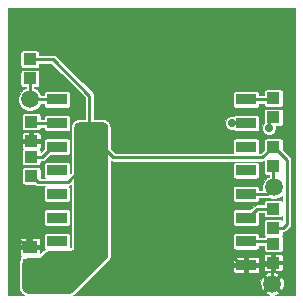
<source format=gbr>
G04 #@! TF.FileFunction,Copper,L1,Top,Signal*
%FSLAX46Y46*%
G04 Gerber Fmt 4.6, Leading zero omitted, Abs format (unit mm)*
G04 Created by KiCad (PCBNEW 4.0.3+e1-6302~38~ubuntu16.04.1-stable) date Sun Aug 14 03:32:14 2016*
%MOMM*%
%LPD*%
G01*
G04 APERTURE LIST*
%ADD10C,0.100000*%
%ADD11R,1.250000X1.100000*%
%ADD12R,1.100000X0.975000*%
%ADD13C,1.500000*%
%ADD14R,1.700000X0.900000*%
%ADD15C,0.800000*%
%ADD16C,0.700000*%
%ADD17C,0.250000*%
G04 APERTURE END LIST*
D10*
D11*
X138200000Y-114100000D03*
X138200000Y-112600000D03*
D12*
X158800000Y-101613000D03*
X158800000Y-99987000D03*
X138200000Y-96700000D03*
X138200000Y-98326000D03*
X138300000Y-106576000D03*
X138300000Y-104950000D03*
X138300000Y-103613000D03*
X138300000Y-101987000D03*
X158800000Y-105776000D03*
X158800000Y-104150000D03*
X158800000Y-109350000D03*
X158800000Y-110976000D03*
X158800000Y-112300000D03*
X158800000Y-113926000D03*
D13*
X138200000Y-100100000D03*
X158700000Y-115700000D03*
X158850000Y-107550000D03*
D14*
X140500000Y-100103600D03*
X140500000Y-102103600D03*
X140500000Y-104103600D03*
X140500000Y-106103600D03*
X140500000Y-108103600D03*
X140500000Y-110103600D03*
X140500000Y-112103600D03*
X140500000Y-114103600D03*
X156500000Y-100103600D03*
X156500000Y-102103600D03*
X156500000Y-104103600D03*
X156500000Y-106103600D03*
X156500000Y-108103600D03*
X156500000Y-110103600D03*
X156500000Y-112103600D03*
X156500000Y-114103600D03*
D15*
X143620000Y-103400000D03*
X143240000Y-104370000D03*
X143240000Y-102410000D03*
X142310000Y-105050000D03*
X142309996Y-104070000D03*
X142310000Y-103030000D03*
D16*
X158420000Y-102520000D03*
X155290000Y-102100000D03*
D15*
X142200000Y-100500000D03*
X139500000Y-98200000D03*
X152000000Y-103000000D03*
X153000000Y-100000000D03*
X138000000Y-94000000D03*
X141000000Y-94000000D03*
X143000000Y-97000000D03*
X144000000Y-94000000D03*
X146000000Y-97000000D03*
X149000000Y-97000000D03*
X147000000Y-94000000D03*
X150000000Y-94000000D03*
X153000000Y-94000000D03*
X156000000Y-94000000D03*
X159000000Y-94000000D03*
X158000000Y-97000000D03*
X155000000Y-97000000D03*
X152000000Y-97000000D03*
X136800000Y-98200000D03*
X137000000Y-101600000D03*
X136900000Y-103500000D03*
X136900000Y-105300000D03*
X137100000Y-107400000D03*
X137000000Y-109600000D03*
X137000000Y-111700000D03*
D16*
X146000000Y-115000000D03*
X147000000Y-113000000D03*
X148000000Y-115000000D03*
X149000000Y-113000000D03*
X150000000Y-115000000D03*
X151000000Y-113000000D03*
D15*
X154800000Y-112300000D03*
X154600000Y-109000000D03*
X154400000Y-106100000D03*
X153500000Y-107600000D03*
X151900000Y-108600000D03*
X153100000Y-109500000D03*
X153980000Y-110810000D03*
X137930000Y-110520000D03*
X137950000Y-108780000D03*
D17*
X143240000Y-102410000D02*
X143240000Y-99770000D01*
X143240000Y-99770000D02*
X140170000Y-96700000D01*
X140170000Y-96700000D02*
X138200000Y-96700000D01*
X158800000Y-110976000D02*
X159600000Y-110976000D01*
X159925001Y-110650999D02*
X159925001Y-105212501D01*
X159600000Y-110976000D02*
X159925001Y-110650999D01*
X158862500Y-104150000D02*
X158800000Y-104150000D01*
X159925001Y-105212501D02*
X158862500Y-104150000D01*
X145220000Y-105000000D02*
X157887500Y-105000000D01*
X157887500Y-105000000D02*
X158737500Y-104150000D01*
X158737500Y-104150000D02*
X158800000Y-104150000D01*
X138300000Y-106576000D02*
X138362500Y-106576000D01*
X138362500Y-106576000D02*
X138876500Y-107090000D01*
X138876500Y-107090000D02*
X141398602Y-107090000D01*
X141398602Y-107090000D02*
X143240000Y-105248602D01*
X143240000Y-105248602D02*
X143240000Y-104935685D01*
X143240000Y-104935685D02*
X143240000Y-104370000D01*
X138200000Y-114100000D02*
X140496400Y-114100000D01*
X140496400Y-114100000D02*
X140500000Y-114103600D01*
X145220000Y-105000000D02*
X143620000Y-103400000D01*
X143240000Y-103780000D02*
X143620000Y-103400000D01*
X143240000Y-104370000D02*
X143240000Y-103780000D01*
X142930000Y-102410000D02*
X143240000Y-102410000D01*
X142310000Y-103030000D02*
X142930000Y-102410000D01*
X142309996Y-105049996D02*
X142310000Y-105050000D01*
X142309996Y-104070000D02*
X142309996Y-105049996D01*
X158420000Y-102520000D02*
X158420000Y-101993000D01*
X158420000Y-101993000D02*
X158800000Y-101613000D01*
X156500000Y-100103600D02*
X158683400Y-100103600D01*
X158683400Y-100103600D02*
X158800000Y-99987000D01*
X156503600Y-100100000D02*
X156500000Y-100103600D01*
X155290000Y-102100000D02*
X156496400Y-102100000D01*
X156496400Y-102100000D02*
X156500000Y-102103600D01*
X138200000Y-100100000D02*
X138200000Y-98326000D01*
X140500000Y-100103600D02*
X138203600Y-100103600D01*
X138203600Y-100103600D02*
X138200000Y-100100000D01*
X140500000Y-104103600D02*
X140100000Y-104103600D01*
X140100000Y-104103600D02*
X139253600Y-104950000D01*
X139253600Y-104950000D02*
X139100000Y-104950000D01*
X139100000Y-104950000D02*
X138300000Y-104950000D01*
X140500000Y-102103600D02*
X138416600Y-102103600D01*
X138416600Y-102103600D02*
X138300000Y-101987000D01*
X156500000Y-108103600D02*
X158296400Y-108103600D01*
X158296400Y-108103600D02*
X158850000Y-107550000D01*
X158800000Y-105776000D02*
X158800000Y-107500000D01*
X158800000Y-107500000D02*
X158850000Y-107550000D01*
X156503600Y-108100000D02*
X156500000Y-108103600D01*
X156696400Y-110103600D02*
X157450000Y-109350000D01*
X157450000Y-109350000D02*
X158800000Y-109350000D01*
X156500000Y-110103600D02*
X156696400Y-110103600D01*
X156503600Y-110100000D02*
X156500000Y-110103600D01*
X156500000Y-112103600D02*
X158603600Y-112103600D01*
X158603600Y-112103600D02*
X158800000Y-112300000D01*
X139500000Y-98200000D02*
X140481402Y-98200000D01*
X140481402Y-98200000D02*
X142200000Y-99918598D01*
X142200000Y-99918598D02*
X142200000Y-100500000D01*
X158700000Y-115700000D02*
X158700000Y-114026000D01*
X158700000Y-114026000D02*
X158800000Y-113926000D01*
X156500000Y-114103600D02*
X158622400Y-114103600D01*
X158622400Y-114103600D02*
X158800000Y-113926000D01*
X137950000Y-108780000D02*
X137380000Y-108210000D01*
X137380000Y-108210000D02*
X137380000Y-103733000D01*
X137380000Y-103733000D02*
X137500000Y-103613000D01*
X137500000Y-103613000D02*
X138300000Y-103613000D01*
X152000000Y-97000000D02*
X152000000Y-99000000D01*
X152000000Y-99000000D02*
X153000000Y-100000000D01*
X144000000Y-94000000D02*
X143000000Y-95000000D01*
X143000000Y-95000000D02*
X143000000Y-97000000D01*
X149000000Y-97000000D02*
X146000000Y-97000000D01*
X150000000Y-94000000D02*
X147000000Y-94000000D01*
X156000000Y-94000000D02*
X153000000Y-94000000D01*
X158000000Y-97000000D02*
X158000000Y-95000000D01*
X158000000Y-95000000D02*
X159000000Y-94000000D01*
X152000000Y-97000000D02*
X155000000Y-97000000D01*
X137000000Y-98400000D02*
X136800000Y-98200000D01*
X137000000Y-101600000D02*
X137000000Y-98400000D01*
X136900000Y-105300000D02*
X136900000Y-103500000D01*
X137000000Y-109600000D02*
X137000000Y-107500000D01*
X137000000Y-107500000D02*
X137100000Y-107400000D01*
X137900000Y-112600000D02*
X137000000Y-111700000D01*
X147000000Y-113000000D02*
X147000000Y-114000000D01*
X147000000Y-114000000D02*
X146000000Y-115000000D01*
X149000000Y-113000000D02*
X149000000Y-114000000D01*
X149000000Y-114000000D02*
X148000000Y-115000000D01*
X151000000Y-113000000D02*
X151000000Y-114000000D01*
X151000000Y-114000000D02*
X150000000Y-115000000D01*
X138200000Y-112600000D02*
X137900000Y-112600000D01*
X154600000Y-109000000D02*
X154600000Y-112100000D01*
X154600000Y-112100000D02*
X154800000Y-112300000D01*
X153500000Y-107600000D02*
X153500000Y-107000000D01*
X153500000Y-107000000D02*
X154400000Y-106100000D01*
X153100000Y-109500000D02*
X152800000Y-109500000D01*
X152800000Y-109500000D02*
X151900000Y-108600000D01*
X156500000Y-114103600D02*
X156100000Y-114103600D01*
X156100000Y-114103600D02*
X153980000Y-111983600D01*
X153980000Y-111983600D02*
X153980000Y-110810000D01*
X158696400Y-114103600D02*
X158800000Y-114000000D01*
X158700000Y-114100000D02*
X158800000Y-114000000D01*
X137930000Y-110520000D02*
X137930000Y-112330000D01*
X137930000Y-112330000D02*
X138200000Y-112600000D01*
D10*
G36*
X144472314Y-102085106D02*
X144617921Y-102182302D01*
X144715292Y-102327788D01*
X144750612Y-102504375D01*
X144763605Y-113204289D01*
X144728696Y-113381002D01*
X144628849Y-113530925D01*
X141843451Y-116325355D01*
X141747621Y-116399094D01*
X141639007Y-116444186D01*
X141519138Y-116460000D01*
X138004923Y-116460000D01*
X137828168Y-116424841D01*
X137682495Y-116327505D01*
X137585159Y-116181832D01*
X137550000Y-116005077D01*
X137550000Y-114004923D01*
X137585159Y-113828168D01*
X137682495Y-113682495D01*
X137828168Y-113585159D01*
X138004923Y-113550000D01*
X138812893Y-113550000D01*
X138822647Y-113549039D01*
X139013989Y-113510979D01*
X139032014Y-113503513D01*
X139194226Y-113395126D01*
X139201802Y-113388908D01*
X139485425Y-113105285D01*
X139635274Y-113005159D01*
X139812030Y-112970000D01*
X141476152Y-112970000D01*
X141485907Y-112969039D01*
X141655760Y-112935253D01*
X141673783Y-112927788D01*
X141817778Y-112831574D01*
X141829677Y-112820426D01*
X141900164Y-112728506D01*
X141906699Y-112717171D01*
X141950927Y-112610111D01*
X141954297Y-112597469D01*
X141969237Y-112482602D01*
X141969655Y-112476059D01*
X141950947Y-102504786D01*
X141973350Y-102361775D01*
X142037089Y-102236274D01*
X142136530Y-102136647D01*
X142261916Y-102072671D01*
X142404879Y-102050000D01*
X144295685Y-102050000D01*
X144472314Y-102085106D01*
X144472314Y-102085106D01*
G37*
X144472314Y-102085106D02*
X144617921Y-102182302D01*
X144715292Y-102327788D01*
X144750612Y-102504375D01*
X144763605Y-113204289D01*
X144728696Y-113381002D01*
X144628849Y-113530925D01*
X141843451Y-116325355D01*
X141747621Y-116399094D01*
X141639007Y-116444186D01*
X141519138Y-116460000D01*
X138004923Y-116460000D01*
X137828168Y-116424841D01*
X137682495Y-116327505D01*
X137585159Y-116181832D01*
X137550000Y-116005077D01*
X137550000Y-114004923D01*
X137585159Y-113828168D01*
X137682495Y-113682495D01*
X137828168Y-113585159D01*
X138004923Y-113550000D01*
X138812893Y-113550000D01*
X138822647Y-113549039D01*
X139013989Y-113510979D01*
X139032014Y-113503513D01*
X139194226Y-113395126D01*
X139201802Y-113388908D01*
X139485425Y-113105285D01*
X139635274Y-113005159D01*
X139812030Y-112970000D01*
X141476152Y-112970000D01*
X141485907Y-112969039D01*
X141655760Y-112935253D01*
X141673783Y-112927788D01*
X141817778Y-112831574D01*
X141829677Y-112820426D01*
X141900164Y-112728506D01*
X141906699Y-112717171D01*
X141950927Y-112610111D01*
X141954297Y-112597469D01*
X141969237Y-112482602D01*
X141969655Y-112476059D01*
X141950947Y-102504786D01*
X141973350Y-102361775D01*
X142037089Y-102236274D01*
X142136530Y-102136647D01*
X142261916Y-102072671D01*
X142404879Y-102050000D01*
X144295685Y-102050000D01*
X144472314Y-102085106D01*
G36*
X160675000Y-116675000D02*
X158984006Y-116675000D01*
X159005916Y-116672616D01*
X159171427Y-116604059D01*
X159262337Y-116474469D01*
X158700000Y-115912132D01*
X158137663Y-116474469D01*
X158228573Y-116604059D01*
X158471328Y-116675000D01*
X141865458Y-116675000D01*
X141868743Y-116673636D01*
X141925344Y-116640876D01*
X142029002Y-116561114D01*
X142053607Y-116539471D01*
X142979648Y-115610426D01*
X157684351Y-115610426D01*
X157727384Y-116005916D01*
X157795941Y-116171427D01*
X157925531Y-116262337D01*
X158487868Y-115700000D01*
X158912132Y-115700000D01*
X159474469Y-116262337D01*
X159604059Y-116171427D01*
X159715649Y-115789574D01*
X159672616Y-115394084D01*
X159604059Y-115228573D01*
X159474469Y-115137663D01*
X158912132Y-115700000D01*
X158487868Y-115700000D01*
X157925531Y-115137663D01*
X157795941Y-115228573D01*
X157684351Y-115610426D01*
X142979648Y-115610426D01*
X143662329Y-114925531D01*
X158137663Y-114925531D01*
X158700000Y-115487868D01*
X159262337Y-114925531D01*
X159171427Y-114795941D01*
X158789574Y-114684351D01*
X158394084Y-114727384D01*
X158228573Y-114795941D01*
X158137663Y-114925531D01*
X143662329Y-114925531D01*
X144269791Y-114316100D01*
X155400000Y-114316100D01*
X155400000Y-114603328D01*
X155438060Y-114695214D01*
X155508386Y-114765540D01*
X155600272Y-114803600D01*
X156287500Y-114803600D01*
X156350000Y-114741100D01*
X156350000Y-114253600D01*
X156650000Y-114253600D01*
X156650000Y-114741100D01*
X156712500Y-114803600D01*
X157399728Y-114803600D01*
X157491614Y-114765540D01*
X157561940Y-114695214D01*
X157600000Y-114603328D01*
X157600000Y-114316100D01*
X157537500Y-114253600D01*
X156650000Y-114253600D01*
X156350000Y-114253600D01*
X155462500Y-114253600D01*
X155400000Y-114316100D01*
X144269791Y-114316100D01*
X144446817Y-114138500D01*
X158000000Y-114138500D01*
X158000000Y-114463228D01*
X158038060Y-114555114D01*
X158108386Y-114625440D01*
X158200272Y-114663500D01*
X158587500Y-114663500D01*
X158650000Y-114601000D01*
X158650000Y-114076000D01*
X158950000Y-114076000D01*
X158950000Y-114601000D01*
X159012500Y-114663500D01*
X159399728Y-114663500D01*
X159491614Y-114625440D01*
X159561940Y-114555114D01*
X159600000Y-114463228D01*
X159600000Y-114138500D01*
X159537500Y-114076000D01*
X158950000Y-114076000D01*
X158650000Y-114076000D01*
X158062500Y-114076000D01*
X158000000Y-114138500D01*
X144446817Y-114138500D01*
X144844799Y-113739228D01*
X144875814Y-113701315D01*
X144940709Y-113603872D01*
X155400000Y-113603872D01*
X155400000Y-113891100D01*
X155462500Y-113953600D01*
X156350000Y-113953600D01*
X156350000Y-113466100D01*
X156650000Y-113466100D01*
X156650000Y-113953600D01*
X157537500Y-113953600D01*
X157600000Y-113891100D01*
X157600000Y-113603872D01*
X157561940Y-113511986D01*
X157491614Y-113441660D01*
X157399728Y-113403600D01*
X156712500Y-113403600D01*
X156650000Y-113466100D01*
X156350000Y-113466100D01*
X156287500Y-113403600D01*
X155600272Y-113403600D01*
X155508386Y-113441660D01*
X155438060Y-113511986D01*
X155400000Y-113603872D01*
X144940709Y-113603872D01*
X144983899Y-113539021D01*
X145021081Y-113448895D01*
X145032958Y-113388772D01*
X158000000Y-113388772D01*
X158000000Y-113713500D01*
X158062500Y-113776000D01*
X158650000Y-113776000D01*
X158650000Y-113251000D01*
X158950000Y-113251000D01*
X158950000Y-113776000D01*
X159537500Y-113776000D01*
X159600000Y-113713500D01*
X159600000Y-113388772D01*
X159561940Y-113296886D01*
X159491614Y-113226560D01*
X159399728Y-113188500D01*
X159012500Y-113188500D01*
X158950000Y-113251000D01*
X158650000Y-113251000D01*
X158587500Y-113188500D01*
X158200272Y-113188500D01*
X158108386Y-113226560D01*
X158038060Y-113296886D01*
X158000000Y-113388772D01*
X145032958Y-113388772D01*
X145058871Y-113257601D01*
X145063611Y-113208846D01*
X145054437Y-105653600D01*
X155395103Y-105653600D01*
X155395103Y-106553600D01*
X155412535Y-106646244D01*
X155467288Y-106731332D01*
X155550831Y-106788415D01*
X155650000Y-106808497D01*
X157350000Y-106808497D01*
X157442644Y-106791065D01*
X157527732Y-106736312D01*
X157584815Y-106652769D01*
X157604897Y-106553600D01*
X157604897Y-105653600D01*
X157587465Y-105560956D01*
X157532712Y-105475868D01*
X157449169Y-105418785D01*
X157350000Y-105398703D01*
X155650000Y-105398703D01*
X155557356Y-105416135D01*
X155472268Y-105470888D01*
X155415185Y-105554431D01*
X155395103Y-105653600D01*
X145054437Y-105653600D01*
X145054045Y-105331455D01*
X145076494Y-105346455D01*
X145220000Y-105375000D01*
X157887500Y-105375000D01*
X157995103Y-105353597D01*
X157995103Y-106263500D01*
X158012535Y-106356144D01*
X158067288Y-106441232D01*
X158150831Y-106498315D01*
X158250000Y-106518397D01*
X158425000Y-106518397D01*
X158425000Y-106643605D01*
X158284286Y-106701747D01*
X158002736Y-106982806D01*
X157850174Y-107350215D01*
X157849844Y-107728600D01*
X157604897Y-107728600D01*
X157604897Y-107653600D01*
X157587465Y-107560956D01*
X157532712Y-107475868D01*
X157449169Y-107418785D01*
X157350000Y-107398703D01*
X155650000Y-107398703D01*
X155557356Y-107416135D01*
X155472268Y-107470888D01*
X155415185Y-107554431D01*
X155395103Y-107653600D01*
X155395103Y-108553600D01*
X155412535Y-108646244D01*
X155467288Y-108731332D01*
X155550831Y-108788415D01*
X155650000Y-108808497D01*
X157350000Y-108808497D01*
X157442644Y-108791065D01*
X157527732Y-108736312D01*
X157584815Y-108652769D01*
X157604897Y-108553600D01*
X157604897Y-108478600D01*
X158296400Y-108478600D01*
X158419646Y-108454085D01*
X158650215Y-108549826D01*
X159048040Y-108550173D01*
X159415714Y-108398253D01*
X159550001Y-108264200D01*
X159550001Y-108711636D01*
X159532712Y-108684768D01*
X159449169Y-108627685D01*
X159350000Y-108607603D01*
X158250000Y-108607603D01*
X158157356Y-108625035D01*
X158072268Y-108679788D01*
X158015185Y-108763331D01*
X157995103Y-108862500D01*
X157995103Y-108975000D01*
X157450000Y-108975000D01*
X157306493Y-109003545D01*
X157184835Y-109084835D01*
X156870967Y-109398703D01*
X155650000Y-109398703D01*
X155557356Y-109416135D01*
X155472268Y-109470888D01*
X155415185Y-109554431D01*
X155395103Y-109653600D01*
X155395103Y-110553600D01*
X155412535Y-110646244D01*
X155467288Y-110731332D01*
X155550831Y-110788415D01*
X155650000Y-110808497D01*
X157350000Y-110808497D01*
X157442644Y-110791065D01*
X157527732Y-110736312D01*
X157584815Y-110652769D01*
X157604897Y-110553600D01*
X157604897Y-109725433D01*
X157605330Y-109725000D01*
X157995103Y-109725000D01*
X157995103Y-109837500D01*
X158012535Y-109930144D01*
X158067288Y-110015232D01*
X158150831Y-110072315D01*
X158250000Y-110092397D01*
X159350000Y-110092397D01*
X159442644Y-110074965D01*
X159527732Y-110020212D01*
X159550001Y-109987621D01*
X159550001Y-110337636D01*
X159532712Y-110310768D01*
X159449169Y-110253685D01*
X159350000Y-110233603D01*
X158250000Y-110233603D01*
X158157356Y-110251035D01*
X158072268Y-110305788D01*
X158015185Y-110389331D01*
X157995103Y-110488500D01*
X157995103Y-111463500D01*
X158012535Y-111556144D01*
X158065911Y-111639092D01*
X158015185Y-111713331D01*
X158012093Y-111728600D01*
X157604897Y-111728600D01*
X157604897Y-111653600D01*
X157587465Y-111560956D01*
X157532712Y-111475868D01*
X157449169Y-111418785D01*
X157350000Y-111398703D01*
X155650000Y-111398703D01*
X155557356Y-111416135D01*
X155472268Y-111470888D01*
X155415185Y-111554431D01*
X155395103Y-111653600D01*
X155395103Y-112553600D01*
X155412535Y-112646244D01*
X155467288Y-112731332D01*
X155550831Y-112788415D01*
X155650000Y-112808497D01*
X157350000Y-112808497D01*
X157442644Y-112791065D01*
X157527732Y-112736312D01*
X157584815Y-112652769D01*
X157604897Y-112553600D01*
X157604897Y-112478600D01*
X157995103Y-112478600D01*
X157995103Y-112787500D01*
X158012535Y-112880144D01*
X158067288Y-112965232D01*
X158150831Y-113022315D01*
X158250000Y-113042397D01*
X159350000Y-113042397D01*
X159442644Y-113024965D01*
X159527732Y-112970212D01*
X159584815Y-112886669D01*
X159604897Y-112787500D01*
X159604897Y-111812500D01*
X159587465Y-111719856D01*
X159534089Y-111636908D01*
X159584815Y-111562669D01*
X159604897Y-111463500D01*
X159604897Y-111350026D01*
X159743507Y-111322455D01*
X159865165Y-111241165D01*
X160190166Y-110916164D01*
X160271456Y-110794505D01*
X160300001Y-110650999D01*
X160300001Y-105212501D01*
X160271456Y-105068995D01*
X160271456Y-105068994D01*
X160190166Y-104947336D01*
X159604897Y-104362067D01*
X159604897Y-103662500D01*
X159587465Y-103569856D01*
X159532712Y-103484768D01*
X159449169Y-103427685D01*
X159350000Y-103407603D01*
X158250000Y-103407603D01*
X158157356Y-103425035D01*
X158072268Y-103479788D01*
X158015185Y-103563331D01*
X157995103Y-103662500D01*
X157995103Y-104362067D01*
X157732170Y-104625000D01*
X157590438Y-104625000D01*
X157604897Y-104553600D01*
X157604897Y-103653600D01*
X157587465Y-103560956D01*
X157532712Y-103475868D01*
X157449169Y-103418785D01*
X157350000Y-103398703D01*
X155650000Y-103398703D01*
X155557356Y-103416135D01*
X155472268Y-103470888D01*
X155415185Y-103554431D01*
X155395103Y-103653600D01*
X155395103Y-104553600D01*
X155408538Y-104625000D01*
X145375330Y-104625000D01*
X145052796Y-104302466D01*
X145050606Y-102499089D01*
X145045750Y-102450360D01*
X145007516Y-102259205D01*
X144990747Y-102218824D01*
X154689896Y-102218824D01*
X154781048Y-102439429D01*
X154949683Y-102608359D01*
X155170129Y-102699896D01*
X155408824Y-102700104D01*
X155439134Y-102687580D01*
X155467288Y-102731332D01*
X155550831Y-102788415D01*
X155650000Y-102808497D01*
X157350000Y-102808497D01*
X157442644Y-102791065D01*
X157527732Y-102736312D01*
X157584815Y-102652769D01*
X157587638Y-102638824D01*
X157819896Y-102638824D01*
X157911048Y-102859429D01*
X158079683Y-103028359D01*
X158300129Y-103119896D01*
X158538824Y-103120104D01*
X158759429Y-103028952D01*
X158928359Y-102860317D01*
X159019896Y-102639871D01*
X159020104Y-102401176D01*
X159001189Y-102355397D01*
X159350000Y-102355397D01*
X159442644Y-102337965D01*
X159527732Y-102283212D01*
X159584815Y-102199669D01*
X159604897Y-102100500D01*
X159604897Y-101125500D01*
X159587465Y-101032856D01*
X159532712Y-100947768D01*
X159449169Y-100890685D01*
X159350000Y-100870603D01*
X158250000Y-100870603D01*
X158157356Y-100888035D01*
X158072268Y-100942788D01*
X158015185Y-101026331D01*
X157995103Y-101125500D01*
X157995103Y-102096367D01*
X157911641Y-102179683D01*
X157820104Y-102400129D01*
X157819896Y-102638824D01*
X157587638Y-102638824D01*
X157604897Y-102553600D01*
X157604897Y-101653600D01*
X157587465Y-101560956D01*
X157532712Y-101475868D01*
X157449169Y-101418785D01*
X157350000Y-101398703D01*
X155650000Y-101398703D01*
X155557356Y-101416135D01*
X155472268Y-101470888D01*
X155442927Y-101513830D01*
X155409871Y-101500104D01*
X155171176Y-101499896D01*
X154950571Y-101591048D01*
X154781641Y-101759683D01*
X154690104Y-101980129D01*
X154689896Y-102218824D01*
X144990747Y-102218824D01*
X144970134Y-102169188D01*
X144861707Y-102007182D01*
X144792743Y-101938302D01*
X144630606Y-101830072D01*
X144540543Y-101792798D01*
X144349342Y-101754796D01*
X144300607Y-101750000D01*
X143615000Y-101750000D01*
X143615000Y-99770000D01*
X143591847Y-99653600D01*
X155395103Y-99653600D01*
X155395103Y-100553600D01*
X155412535Y-100646244D01*
X155467288Y-100731332D01*
X155550831Y-100788415D01*
X155650000Y-100808497D01*
X157350000Y-100808497D01*
X157442644Y-100791065D01*
X157527732Y-100736312D01*
X157584815Y-100652769D01*
X157604897Y-100553600D01*
X157604897Y-100478600D01*
X157995874Y-100478600D01*
X158012535Y-100567144D01*
X158067288Y-100652232D01*
X158150831Y-100709315D01*
X158250000Y-100729397D01*
X159350000Y-100729397D01*
X159442644Y-100711965D01*
X159527732Y-100657212D01*
X159584815Y-100573669D01*
X159604897Y-100474500D01*
X159604897Y-99499500D01*
X159587465Y-99406856D01*
X159532712Y-99321768D01*
X159449169Y-99264685D01*
X159350000Y-99244603D01*
X158250000Y-99244603D01*
X158157356Y-99262035D01*
X158072268Y-99316788D01*
X158015185Y-99400331D01*
X157995103Y-99499500D01*
X157995103Y-99728600D01*
X157604897Y-99728600D01*
X157604897Y-99653600D01*
X157587465Y-99560956D01*
X157532712Y-99475868D01*
X157449169Y-99418785D01*
X157350000Y-99398703D01*
X155650000Y-99398703D01*
X155557356Y-99416135D01*
X155472268Y-99470888D01*
X155415185Y-99554431D01*
X155395103Y-99653600D01*
X143591847Y-99653600D01*
X143586455Y-99626494D01*
X143505165Y-99504835D01*
X140435165Y-96434835D01*
X140313507Y-96353545D01*
X140170000Y-96325000D01*
X139004897Y-96325000D01*
X139004897Y-96212500D01*
X138987465Y-96119856D01*
X138932712Y-96034768D01*
X138849169Y-95977685D01*
X138750000Y-95957603D01*
X137650000Y-95957603D01*
X137557356Y-95975035D01*
X137472268Y-96029788D01*
X137415185Y-96113331D01*
X137395103Y-96212500D01*
X137395103Y-97187500D01*
X137412535Y-97280144D01*
X137467288Y-97365232D01*
X137550831Y-97422315D01*
X137650000Y-97442397D01*
X138750000Y-97442397D01*
X138842644Y-97424965D01*
X138927732Y-97370212D01*
X138984815Y-97286669D01*
X139004897Y-97187500D01*
X139004897Y-97075000D01*
X140014670Y-97075000D01*
X142865000Y-99925330D01*
X142865000Y-101750000D01*
X142400939Y-101750000D01*
X142361784Y-101753085D01*
X142207097Y-101777615D01*
X142132629Y-101801842D01*
X141993120Y-101873024D01*
X141929800Y-101919101D01*
X141819157Y-102029952D01*
X141773200Y-102093357D01*
X141702279Y-102232999D01*
X141678191Y-102307514D01*
X141653952Y-102462247D01*
X141650940Y-102501407D01*
X141658067Y-106300205D01*
X141604897Y-106353375D01*
X141604897Y-105653600D01*
X141587465Y-105560956D01*
X141532712Y-105475868D01*
X141449169Y-105418785D01*
X141350000Y-105398703D01*
X139650000Y-105398703D01*
X139557356Y-105416135D01*
X139472268Y-105470888D01*
X139415185Y-105554431D01*
X139395103Y-105653600D01*
X139395103Y-106553600D01*
X139412535Y-106646244D01*
X139456779Y-106715000D01*
X139104897Y-106715000D01*
X139104897Y-106088500D01*
X139087465Y-105995856D01*
X139032712Y-105910768D01*
X138949169Y-105853685D01*
X138850000Y-105833603D01*
X137750000Y-105833603D01*
X137657356Y-105851035D01*
X137572268Y-105905788D01*
X137515185Y-105989331D01*
X137495103Y-106088500D01*
X137495103Y-107063500D01*
X137512535Y-107156144D01*
X137567288Y-107241232D01*
X137650831Y-107298315D01*
X137750000Y-107318397D01*
X138574567Y-107318397D01*
X138611335Y-107355165D01*
X138732994Y-107436455D01*
X138876500Y-107465000D01*
X139481418Y-107465000D01*
X139472268Y-107470888D01*
X139415185Y-107554431D01*
X139395103Y-107653600D01*
X139395103Y-108553600D01*
X139412535Y-108646244D01*
X139467288Y-108731332D01*
X139550831Y-108788415D01*
X139650000Y-108808497D01*
X141350000Y-108808497D01*
X141442644Y-108791065D01*
X141527732Y-108736312D01*
X141584815Y-108652769D01*
X141604897Y-108553600D01*
X141604897Y-107653600D01*
X141587465Y-107560956D01*
X141532712Y-107475868D01*
X141490154Y-107446789D01*
X141542109Y-107436455D01*
X141660051Y-107357648D01*
X141669624Y-112460200D01*
X141661058Y-112526058D01*
X141642023Y-112572135D01*
X141616756Y-112605085D01*
X141590984Y-112622305D01*
X141604897Y-112553600D01*
X141604897Y-111653600D01*
X141587465Y-111560956D01*
X141532712Y-111475868D01*
X141449169Y-111418785D01*
X141350000Y-111398703D01*
X139650000Y-111398703D01*
X139557356Y-111416135D01*
X139472268Y-111470888D01*
X139415185Y-111554431D01*
X139395103Y-111653600D01*
X139395103Y-112553600D01*
X139412535Y-112646244D01*
X139467288Y-112731332D01*
X139488091Y-112745546D01*
X139476872Y-112750193D01*
X139314660Y-112858580D01*
X139276776Y-112889670D01*
X139075000Y-113091446D01*
X139075000Y-112812500D01*
X139012500Y-112750000D01*
X138350000Y-112750000D01*
X138350000Y-112770000D01*
X138050000Y-112770000D01*
X138050000Y-112750000D01*
X137387500Y-112750000D01*
X137325000Y-112812500D01*
X137325000Y-113199728D01*
X137363060Y-113291614D01*
X137422499Y-113351053D01*
X137397268Y-113367288D01*
X137340185Y-113450831D01*
X137320103Y-113550000D01*
X137320103Y-113694124D01*
X137292864Y-113759886D01*
X137254804Y-113951228D01*
X137250000Y-114000000D01*
X137250000Y-116010000D01*
X137254804Y-116058772D01*
X137292864Y-116250114D01*
X137330193Y-116340236D01*
X137438580Y-116502447D01*
X137507553Y-116571420D01*
X137662570Y-116675000D01*
X136325000Y-116675000D01*
X136325000Y-112000272D01*
X137325000Y-112000272D01*
X137325000Y-112387500D01*
X137387500Y-112450000D01*
X138050000Y-112450000D01*
X138050000Y-111862500D01*
X138350000Y-111862500D01*
X138350000Y-112450000D01*
X139012500Y-112450000D01*
X139075000Y-112387500D01*
X139075000Y-112000272D01*
X139036940Y-111908386D01*
X138966614Y-111838060D01*
X138874728Y-111800000D01*
X138412500Y-111800000D01*
X138350000Y-111862500D01*
X138050000Y-111862500D01*
X137987500Y-111800000D01*
X137525272Y-111800000D01*
X137433386Y-111838060D01*
X137363060Y-111908386D01*
X137325000Y-112000272D01*
X136325000Y-112000272D01*
X136325000Y-109653600D01*
X139395103Y-109653600D01*
X139395103Y-110553600D01*
X139412535Y-110646244D01*
X139467288Y-110731332D01*
X139550831Y-110788415D01*
X139650000Y-110808497D01*
X141350000Y-110808497D01*
X141442644Y-110791065D01*
X141527732Y-110736312D01*
X141584815Y-110652769D01*
X141604897Y-110553600D01*
X141604897Y-109653600D01*
X141587465Y-109560956D01*
X141532712Y-109475868D01*
X141449169Y-109418785D01*
X141350000Y-109398703D01*
X139650000Y-109398703D01*
X139557356Y-109416135D01*
X139472268Y-109470888D01*
X139415185Y-109554431D01*
X139395103Y-109653600D01*
X136325000Y-109653600D01*
X136325000Y-104462500D01*
X137495103Y-104462500D01*
X137495103Y-105437500D01*
X137512535Y-105530144D01*
X137567288Y-105615232D01*
X137650831Y-105672315D01*
X137750000Y-105692397D01*
X138850000Y-105692397D01*
X138942644Y-105674965D01*
X139027732Y-105620212D01*
X139084815Y-105536669D01*
X139104897Y-105437500D01*
X139104897Y-105325000D01*
X139253600Y-105325000D01*
X139397107Y-105296455D01*
X139518765Y-105215165D01*
X139925433Y-104808497D01*
X141350000Y-104808497D01*
X141442644Y-104791065D01*
X141527732Y-104736312D01*
X141584815Y-104652769D01*
X141604897Y-104553600D01*
X141604897Y-103653600D01*
X141587465Y-103560956D01*
X141532712Y-103475868D01*
X141449169Y-103418785D01*
X141350000Y-103398703D01*
X139650000Y-103398703D01*
X139557356Y-103416135D01*
X139472268Y-103470888D01*
X139415185Y-103554431D01*
X139395103Y-103653600D01*
X139395103Y-104278167D01*
X139104897Y-104568373D01*
X139104897Y-104462500D01*
X139087465Y-104369856D01*
X139032712Y-104284768D01*
X139024736Y-104279318D01*
X139061940Y-104242114D01*
X139100000Y-104150228D01*
X139100000Y-103825500D01*
X139037500Y-103763000D01*
X138450000Y-103763000D01*
X138450000Y-103783000D01*
X138150000Y-103783000D01*
X138150000Y-103763000D01*
X137562500Y-103763000D01*
X137500000Y-103825500D01*
X137500000Y-104150228D01*
X137538060Y-104242114D01*
X137574377Y-104278431D01*
X137572268Y-104279788D01*
X137515185Y-104363331D01*
X137495103Y-104462500D01*
X136325000Y-104462500D01*
X136325000Y-103075772D01*
X137500000Y-103075772D01*
X137500000Y-103400500D01*
X137562500Y-103463000D01*
X138150000Y-103463000D01*
X138150000Y-102938000D01*
X138450000Y-102938000D01*
X138450000Y-103463000D01*
X139037500Y-103463000D01*
X139100000Y-103400500D01*
X139100000Y-103075772D01*
X139061940Y-102983886D01*
X138991614Y-102913560D01*
X138899728Y-102875500D01*
X138512500Y-102875500D01*
X138450000Y-102938000D01*
X138150000Y-102938000D01*
X138087500Y-102875500D01*
X137700272Y-102875500D01*
X137608386Y-102913560D01*
X137538060Y-102983886D01*
X137500000Y-103075772D01*
X136325000Y-103075772D01*
X136325000Y-101499500D01*
X137495103Y-101499500D01*
X137495103Y-102474500D01*
X137512535Y-102567144D01*
X137567288Y-102652232D01*
X137650831Y-102709315D01*
X137750000Y-102729397D01*
X138850000Y-102729397D01*
X138942644Y-102711965D01*
X139027732Y-102657212D01*
X139084815Y-102573669D01*
X139104067Y-102478600D01*
X139395103Y-102478600D01*
X139395103Y-102553600D01*
X139412535Y-102646244D01*
X139467288Y-102731332D01*
X139550831Y-102788415D01*
X139650000Y-102808497D01*
X141350000Y-102808497D01*
X141442644Y-102791065D01*
X141527732Y-102736312D01*
X141584815Y-102652769D01*
X141604897Y-102553600D01*
X141604897Y-101653600D01*
X141587465Y-101560956D01*
X141532712Y-101475868D01*
X141449169Y-101418785D01*
X141350000Y-101398703D01*
X139650000Y-101398703D01*
X139557356Y-101416135D01*
X139472268Y-101470888D01*
X139415185Y-101554431D01*
X139395103Y-101653600D01*
X139395103Y-101728600D01*
X139104897Y-101728600D01*
X139104897Y-101499500D01*
X139087465Y-101406856D01*
X139032712Y-101321768D01*
X138949169Y-101264685D01*
X138850000Y-101244603D01*
X137750000Y-101244603D01*
X137657356Y-101262035D01*
X137572268Y-101316788D01*
X137515185Y-101400331D01*
X137495103Y-101499500D01*
X136325000Y-101499500D01*
X136325000Y-100298040D01*
X137199827Y-100298040D01*
X137351747Y-100665714D01*
X137632806Y-100947264D01*
X138000215Y-101099826D01*
X138398040Y-101100173D01*
X138765714Y-100948253D01*
X139047264Y-100667194D01*
X139125575Y-100478600D01*
X139395103Y-100478600D01*
X139395103Y-100553600D01*
X139412535Y-100646244D01*
X139467288Y-100731332D01*
X139550831Y-100788415D01*
X139650000Y-100808497D01*
X141350000Y-100808497D01*
X141442644Y-100791065D01*
X141527732Y-100736312D01*
X141584815Y-100652769D01*
X141604897Y-100553600D01*
X141604897Y-99653600D01*
X141587465Y-99560956D01*
X141532712Y-99475868D01*
X141449169Y-99418785D01*
X141350000Y-99398703D01*
X139650000Y-99398703D01*
X139557356Y-99416135D01*
X139472268Y-99470888D01*
X139415185Y-99554431D01*
X139395103Y-99653600D01*
X139395103Y-99728600D01*
X139128542Y-99728600D01*
X139048253Y-99534286D01*
X138767194Y-99252736D01*
X138575000Y-99172930D01*
X138575000Y-99068397D01*
X138750000Y-99068397D01*
X138842644Y-99050965D01*
X138927732Y-98996212D01*
X138984815Y-98912669D01*
X139004897Y-98813500D01*
X139004897Y-97838500D01*
X138987465Y-97745856D01*
X138932712Y-97660768D01*
X138849169Y-97603685D01*
X138750000Y-97583603D01*
X137650000Y-97583603D01*
X137557356Y-97601035D01*
X137472268Y-97655788D01*
X137415185Y-97739331D01*
X137395103Y-97838500D01*
X137395103Y-98813500D01*
X137412535Y-98906144D01*
X137467288Y-98991232D01*
X137550831Y-99048315D01*
X137650000Y-99068397D01*
X137825000Y-99068397D01*
X137825000Y-99172945D01*
X137634286Y-99251747D01*
X137352736Y-99532806D01*
X137200174Y-99900215D01*
X137199827Y-100298040D01*
X136325000Y-100298040D01*
X136325000Y-92325000D01*
X160675000Y-92325000D01*
X160675000Y-116675000D01*
X160675000Y-116675000D01*
G37*
X160675000Y-116675000D02*
X158984006Y-116675000D01*
X159005916Y-116672616D01*
X159171427Y-116604059D01*
X159262337Y-116474469D01*
X158700000Y-115912132D01*
X158137663Y-116474469D01*
X158228573Y-116604059D01*
X158471328Y-116675000D01*
X141865458Y-116675000D01*
X141868743Y-116673636D01*
X141925344Y-116640876D01*
X142029002Y-116561114D01*
X142053607Y-116539471D01*
X142979648Y-115610426D01*
X157684351Y-115610426D01*
X157727384Y-116005916D01*
X157795941Y-116171427D01*
X157925531Y-116262337D01*
X158487868Y-115700000D01*
X158912132Y-115700000D01*
X159474469Y-116262337D01*
X159604059Y-116171427D01*
X159715649Y-115789574D01*
X159672616Y-115394084D01*
X159604059Y-115228573D01*
X159474469Y-115137663D01*
X158912132Y-115700000D01*
X158487868Y-115700000D01*
X157925531Y-115137663D01*
X157795941Y-115228573D01*
X157684351Y-115610426D01*
X142979648Y-115610426D01*
X143662329Y-114925531D01*
X158137663Y-114925531D01*
X158700000Y-115487868D01*
X159262337Y-114925531D01*
X159171427Y-114795941D01*
X158789574Y-114684351D01*
X158394084Y-114727384D01*
X158228573Y-114795941D01*
X158137663Y-114925531D01*
X143662329Y-114925531D01*
X144269791Y-114316100D01*
X155400000Y-114316100D01*
X155400000Y-114603328D01*
X155438060Y-114695214D01*
X155508386Y-114765540D01*
X155600272Y-114803600D01*
X156287500Y-114803600D01*
X156350000Y-114741100D01*
X156350000Y-114253600D01*
X156650000Y-114253600D01*
X156650000Y-114741100D01*
X156712500Y-114803600D01*
X157399728Y-114803600D01*
X157491614Y-114765540D01*
X157561940Y-114695214D01*
X157600000Y-114603328D01*
X157600000Y-114316100D01*
X157537500Y-114253600D01*
X156650000Y-114253600D01*
X156350000Y-114253600D01*
X155462500Y-114253600D01*
X155400000Y-114316100D01*
X144269791Y-114316100D01*
X144446817Y-114138500D01*
X158000000Y-114138500D01*
X158000000Y-114463228D01*
X158038060Y-114555114D01*
X158108386Y-114625440D01*
X158200272Y-114663500D01*
X158587500Y-114663500D01*
X158650000Y-114601000D01*
X158650000Y-114076000D01*
X158950000Y-114076000D01*
X158950000Y-114601000D01*
X159012500Y-114663500D01*
X159399728Y-114663500D01*
X159491614Y-114625440D01*
X159561940Y-114555114D01*
X159600000Y-114463228D01*
X159600000Y-114138500D01*
X159537500Y-114076000D01*
X158950000Y-114076000D01*
X158650000Y-114076000D01*
X158062500Y-114076000D01*
X158000000Y-114138500D01*
X144446817Y-114138500D01*
X144844799Y-113739228D01*
X144875814Y-113701315D01*
X144940709Y-113603872D01*
X155400000Y-113603872D01*
X155400000Y-113891100D01*
X155462500Y-113953600D01*
X156350000Y-113953600D01*
X156350000Y-113466100D01*
X156650000Y-113466100D01*
X156650000Y-113953600D01*
X157537500Y-113953600D01*
X157600000Y-113891100D01*
X157600000Y-113603872D01*
X157561940Y-113511986D01*
X157491614Y-113441660D01*
X157399728Y-113403600D01*
X156712500Y-113403600D01*
X156650000Y-113466100D01*
X156350000Y-113466100D01*
X156287500Y-113403600D01*
X155600272Y-113403600D01*
X155508386Y-113441660D01*
X155438060Y-113511986D01*
X155400000Y-113603872D01*
X144940709Y-113603872D01*
X144983899Y-113539021D01*
X145021081Y-113448895D01*
X145032958Y-113388772D01*
X158000000Y-113388772D01*
X158000000Y-113713500D01*
X158062500Y-113776000D01*
X158650000Y-113776000D01*
X158650000Y-113251000D01*
X158950000Y-113251000D01*
X158950000Y-113776000D01*
X159537500Y-113776000D01*
X159600000Y-113713500D01*
X159600000Y-113388772D01*
X159561940Y-113296886D01*
X159491614Y-113226560D01*
X159399728Y-113188500D01*
X159012500Y-113188500D01*
X158950000Y-113251000D01*
X158650000Y-113251000D01*
X158587500Y-113188500D01*
X158200272Y-113188500D01*
X158108386Y-113226560D01*
X158038060Y-113296886D01*
X158000000Y-113388772D01*
X145032958Y-113388772D01*
X145058871Y-113257601D01*
X145063611Y-113208846D01*
X145054437Y-105653600D01*
X155395103Y-105653600D01*
X155395103Y-106553600D01*
X155412535Y-106646244D01*
X155467288Y-106731332D01*
X155550831Y-106788415D01*
X155650000Y-106808497D01*
X157350000Y-106808497D01*
X157442644Y-106791065D01*
X157527732Y-106736312D01*
X157584815Y-106652769D01*
X157604897Y-106553600D01*
X157604897Y-105653600D01*
X157587465Y-105560956D01*
X157532712Y-105475868D01*
X157449169Y-105418785D01*
X157350000Y-105398703D01*
X155650000Y-105398703D01*
X155557356Y-105416135D01*
X155472268Y-105470888D01*
X155415185Y-105554431D01*
X155395103Y-105653600D01*
X145054437Y-105653600D01*
X145054045Y-105331455D01*
X145076494Y-105346455D01*
X145220000Y-105375000D01*
X157887500Y-105375000D01*
X157995103Y-105353597D01*
X157995103Y-106263500D01*
X158012535Y-106356144D01*
X158067288Y-106441232D01*
X158150831Y-106498315D01*
X158250000Y-106518397D01*
X158425000Y-106518397D01*
X158425000Y-106643605D01*
X158284286Y-106701747D01*
X158002736Y-106982806D01*
X157850174Y-107350215D01*
X157849844Y-107728600D01*
X157604897Y-107728600D01*
X157604897Y-107653600D01*
X157587465Y-107560956D01*
X157532712Y-107475868D01*
X157449169Y-107418785D01*
X157350000Y-107398703D01*
X155650000Y-107398703D01*
X155557356Y-107416135D01*
X155472268Y-107470888D01*
X155415185Y-107554431D01*
X155395103Y-107653600D01*
X155395103Y-108553600D01*
X155412535Y-108646244D01*
X155467288Y-108731332D01*
X155550831Y-108788415D01*
X155650000Y-108808497D01*
X157350000Y-108808497D01*
X157442644Y-108791065D01*
X157527732Y-108736312D01*
X157584815Y-108652769D01*
X157604897Y-108553600D01*
X157604897Y-108478600D01*
X158296400Y-108478600D01*
X158419646Y-108454085D01*
X158650215Y-108549826D01*
X159048040Y-108550173D01*
X159415714Y-108398253D01*
X159550001Y-108264200D01*
X159550001Y-108711636D01*
X159532712Y-108684768D01*
X159449169Y-108627685D01*
X159350000Y-108607603D01*
X158250000Y-108607603D01*
X158157356Y-108625035D01*
X158072268Y-108679788D01*
X158015185Y-108763331D01*
X157995103Y-108862500D01*
X157995103Y-108975000D01*
X157450000Y-108975000D01*
X157306493Y-109003545D01*
X157184835Y-109084835D01*
X156870967Y-109398703D01*
X155650000Y-109398703D01*
X155557356Y-109416135D01*
X155472268Y-109470888D01*
X155415185Y-109554431D01*
X155395103Y-109653600D01*
X155395103Y-110553600D01*
X155412535Y-110646244D01*
X155467288Y-110731332D01*
X155550831Y-110788415D01*
X155650000Y-110808497D01*
X157350000Y-110808497D01*
X157442644Y-110791065D01*
X157527732Y-110736312D01*
X157584815Y-110652769D01*
X157604897Y-110553600D01*
X157604897Y-109725433D01*
X157605330Y-109725000D01*
X157995103Y-109725000D01*
X157995103Y-109837500D01*
X158012535Y-109930144D01*
X158067288Y-110015232D01*
X158150831Y-110072315D01*
X158250000Y-110092397D01*
X159350000Y-110092397D01*
X159442644Y-110074965D01*
X159527732Y-110020212D01*
X159550001Y-109987621D01*
X159550001Y-110337636D01*
X159532712Y-110310768D01*
X159449169Y-110253685D01*
X159350000Y-110233603D01*
X158250000Y-110233603D01*
X158157356Y-110251035D01*
X158072268Y-110305788D01*
X158015185Y-110389331D01*
X157995103Y-110488500D01*
X157995103Y-111463500D01*
X158012535Y-111556144D01*
X158065911Y-111639092D01*
X158015185Y-111713331D01*
X158012093Y-111728600D01*
X157604897Y-111728600D01*
X157604897Y-111653600D01*
X157587465Y-111560956D01*
X157532712Y-111475868D01*
X157449169Y-111418785D01*
X157350000Y-111398703D01*
X155650000Y-111398703D01*
X155557356Y-111416135D01*
X155472268Y-111470888D01*
X155415185Y-111554431D01*
X155395103Y-111653600D01*
X155395103Y-112553600D01*
X155412535Y-112646244D01*
X155467288Y-112731332D01*
X155550831Y-112788415D01*
X155650000Y-112808497D01*
X157350000Y-112808497D01*
X157442644Y-112791065D01*
X157527732Y-112736312D01*
X157584815Y-112652769D01*
X157604897Y-112553600D01*
X157604897Y-112478600D01*
X157995103Y-112478600D01*
X157995103Y-112787500D01*
X158012535Y-112880144D01*
X158067288Y-112965232D01*
X158150831Y-113022315D01*
X158250000Y-113042397D01*
X159350000Y-113042397D01*
X159442644Y-113024965D01*
X159527732Y-112970212D01*
X159584815Y-112886669D01*
X159604897Y-112787500D01*
X159604897Y-111812500D01*
X159587465Y-111719856D01*
X159534089Y-111636908D01*
X159584815Y-111562669D01*
X159604897Y-111463500D01*
X159604897Y-111350026D01*
X159743507Y-111322455D01*
X159865165Y-111241165D01*
X160190166Y-110916164D01*
X160271456Y-110794505D01*
X160300001Y-110650999D01*
X160300001Y-105212501D01*
X160271456Y-105068995D01*
X160271456Y-105068994D01*
X160190166Y-104947336D01*
X159604897Y-104362067D01*
X159604897Y-103662500D01*
X159587465Y-103569856D01*
X159532712Y-103484768D01*
X159449169Y-103427685D01*
X159350000Y-103407603D01*
X158250000Y-103407603D01*
X158157356Y-103425035D01*
X158072268Y-103479788D01*
X158015185Y-103563331D01*
X157995103Y-103662500D01*
X157995103Y-104362067D01*
X157732170Y-104625000D01*
X157590438Y-104625000D01*
X157604897Y-104553600D01*
X157604897Y-103653600D01*
X157587465Y-103560956D01*
X157532712Y-103475868D01*
X157449169Y-103418785D01*
X157350000Y-103398703D01*
X155650000Y-103398703D01*
X155557356Y-103416135D01*
X155472268Y-103470888D01*
X155415185Y-103554431D01*
X155395103Y-103653600D01*
X155395103Y-104553600D01*
X155408538Y-104625000D01*
X145375330Y-104625000D01*
X145052796Y-104302466D01*
X145050606Y-102499089D01*
X145045750Y-102450360D01*
X145007516Y-102259205D01*
X144990747Y-102218824D01*
X154689896Y-102218824D01*
X154781048Y-102439429D01*
X154949683Y-102608359D01*
X155170129Y-102699896D01*
X155408824Y-102700104D01*
X155439134Y-102687580D01*
X155467288Y-102731332D01*
X155550831Y-102788415D01*
X155650000Y-102808497D01*
X157350000Y-102808497D01*
X157442644Y-102791065D01*
X157527732Y-102736312D01*
X157584815Y-102652769D01*
X157587638Y-102638824D01*
X157819896Y-102638824D01*
X157911048Y-102859429D01*
X158079683Y-103028359D01*
X158300129Y-103119896D01*
X158538824Y-103120104D01*
X158759429Y-103028952D01*
X158928359Y-102860317D01*
X159019896Y-102639871D01*
X159020104Y-102401176D01*
X159001189Y-102355397D01*
X159350000Y-102355397D01*
X159442644Y-102337965D01*
X159527732Y-102283212D01*
X159584815Y-102199669D01*
X159604897Y-102100500D01*
X159604897Y-101125500D01*
X159587465Y-101032856D01*
X159532712Y-100947768D01*
X159449169Y-100890685D01*
X159350000Y-100870603D01*
X158250000Y-100870603D01*
X158157356Y-100888035D01*
X158072268Y-100942788D01*
X158015185Y-101026331D01*
X157995103Y-101125500D01*
X157995103Y-102096367D01*
X157911641Y-102179683D01*
X157820104Y-102400129D01*
X157819896Y-102638824D01*
X157587638Y-102638824D01*
X157604897Y-102553600D01*
X157604897Y-101653600D01*
X157587465Y-101560956D01*
X157532712Y-101475868D01*
X157449169Y-101418785D01*
X157350000Y-101398703D01*
X155650000Y-101398703D01*
X155557356Y-101416135D01*
X155472268Y-101470888D01*
X155442927Y-101513830D01*
X155409871Y-101500104D01*
X155171176Y-101499896D01*
X154950571Y-101591048D01*
X154781641Y-101759683D01*
X154690104Y-101980129D01*
X154689896Y-102218824D01*
X144990747Y-102218824D01*
X144970134Y-102169188D01*
X144861707Y-102007182D01*
X144792743Y-101938302D01*
X144630606Y-101830072D01*
X144540543Y-101792798D01*
X144349342Y-101754796D01*
X144300607Y-101750000D01*
X143615000Y-101750000D01*
X143615000Y-99770000D01*
X143591847Y-99653600D01*
X155395103Y-99653600D01*
X155395103Y-100553600D01*
X155412535Y-100646244D01*
X155467288Y-100731332D01*
X155550831Y-100788415D01*
X155650000Y-100808497D01*
X157350000Y-100808497D01*
X157442644Y-100791065D01*
X157527732Y-100736312D01*
X157584815Y-100652769D01*
X157604897Y-100553600D01*
X157604897Y-100478600D01*
X157995874Y-100478600D01*
X158012535Y-100567144D01*
X158067288Y-100652232D01*
X158150831Y-100709315D01*
X158250000Y-100729397D01*
X159350000Y-100729397D01*
X159442644Y-100711965D01*
X159527732Y-100657212D01*
X159584815Y-100573669D01*
X159604897Y-100474500D01*
X159604897Y-99499500D01*
X159587465Y-99406856D01*
X159532712Y-99321768D01*
X159449169Y-99264685D01*
X159350000Y-99244603D01*
X158250000Y-99244603D01*
X158157356Y-99262035D01*
X158072268Y-99316788D01*
X158015185Y-99400331D01*
X157995103Y-99499500D01*
X157995103Y-99728600D01*
X157604897Y-99728600D01*
X157604897Y-99653600D01*
X157587465Y-99560956D01*
X157532712Y-99475868D01*
X157449169Y-99418785D01*
X157350000Y-99398703D01*
X155650000Y-99398703D01*
X155557356Y-99416135D01*
X155472268Y-99470888D01*
X155415185Y-99554431D01*
X155395103Y-99653600D01*
X143591847Y-99653600D01*
X143586455Y-99626494D01*
X143505165Y-99504835D01*
X140435165Y-96434835D01*
X140313507Y-96353545D01*
X140170000Y-96325000D01*
X139004897Y-96325000D01*
X139004897Y-96212500D01*
X138987465Y-96119856D01*
X138932712Y-96034768D01*
X138849169Y-95977685D01*
X138750000Y-95957603D01*
X137650000Y-95957603D01*
X137557356Y-95975035D01*
X137472268Y-96029788D01*
X137415185Y-96113331D01*
X137395103Y-96212500D01*
X137395103Y-97187500D01*
X137412535Y-97280144D01*
X137467288Y-97365232D01*
X137550831Y-97422315D01*
X137650000Y-97442397D01*
X138750000Y-97442397D01*
X138842644Y-97424965D01*
X138927732Y-97370212D01*
X138984815Y-97286669D01*
X139004897Y-97187500D01*
X139004897Y-97075000D01*
X140014670Y-97075000D01*
X142865000Y-99925330D01*
X142865000Y-101750000D01*
X142400939Y-101750000D01*
X142361784Y-101753085D01*
X142207097Y-101777615D01*
X142132629Y-101801842D01*
X141993120Y-101873024D01*
X141929800Y-101919101D01*
X141819157Y-102029952D01*
X141773200Y-102093357D01*
X141702279Y-102232999D01*
X141678191Y-102307514D01*
X141653952Y-102462247D01*
X141650940Y-102501407D01*
X141658067Y-106300205D01*
X141604897Y-106353375D01*
X141604897Y-105653600D01*
X141587465Y-105560956D01*
X141532712Y-105475868D01*
X141449169Y-105418785D01*
X141350000Y-105398703D01*
X139650000Y-105398703D01*
X139557356Y-105416135D01*
X139472268Y-105470888D01*
X139415185Y-105554431D01*
X139395103Y-105653600D01*
X139395103Y-106553600D01*
X139412535Y-106646244D01*
X139456779Y-106715000D01*
X139104897Y-106715000D01*
X139104897Y-106088500D01*
X139087465Y-105995856D01*
X139032712Y-105910768D01*
X138949169Y-105853685D01*
X138850000Y-105833603D01*
X137750000Y-105833603D01*
X137657356Y-105851035D01*
X137572268Y-105905788D01*
X137515185Y-105989331D01*
X137495103Y-106088500D01*
X137495103Y-107063500D01*
X137512535Y-107156144D01*
X137567288Y-107241232D01*
X137650831Y-107298315D01*
X137750000Y-107318397D01*
X138574567Y-107318397D01*
X138611335Y-107355165D01*
X138732994Y-107436455D01*
X138876500Y-107465000D01*
X139481418Y-107465000D01*
X139472268Y-107470888D01*
X139415185Y-107554431D01*
X139395103Y-107653600D01*
X139395103Y-108553600D01*
X139412535Y-108646244D01*
X139467288Y-108731332D01*
X139550831Y-108788415D01*
X139650000Y-108808497D01*
X141350000Y-108808497D01*
X141442644Y-108791065D01*
X141527732Y-108736312D01*
X141584815Y-108652769D01*
X141604897Y-108553600D01*
X141604897Y-107653600D01*
X141587465Y-107560956D01*
X141532712Y-107475868D01*
X141490154Y-107446789D01*
X141542109Y-107436455D01*
X141660051Y-107357648D01*
X141669624Y-112460200D01*
X141661058Y-112526058D01*
X141642023Y-112572135D01*
X141616756Y-112605085D01*
X141590984Y-112622305D01*
X141604897Y-112553600D01*
X141604897Y-111653600D01*
X141587465Y-111560956D01*
X141532712Y-111475868D01*
X141449169Y-111418785D01*
X141350000Y-111398703D01*
X139650000Y-111398703D01*
X139557356Y-111416135D01*
X139472268Y-111470888D01*
X139415185Y-111554431D01*
X139395103Y-111653600D01*
X139395103Y-112553600D01*
X139412535Y-112646244D01*
X139467288Y-112731332D01*
X139488091Y-112745546D01*
X139476872Y-112750193D01*
X139314660Y-112858580D01*
X139276776Y-112889670D01*
X139075000Y-113091446D01*
X139075000Y-112812500D01*
X139012500Y-112750000D01*
X138350000Y-112750000D01*
X138350000Y-112770000D01*
X138050000Y-112770000D01*
X138050000Y-112750000D01*
X137387500Y-112750000D01*
X137325000Y-112812500D01*
X137325000Y-113199728D01*
X137363060Y-113291614D01*
X137422499Y-113351053D01*
X137397268Y-113367288D01*
X137340185Y-113450831D01*
X137320103Y-113550000D01*
X137320103Y-113694124D01*
X137292864Y-113759886D01*
X137254804Y-113951228D01*
X137250000Y-114000000D01*
X137250000Y-116010000D01*
X137254804Y-116058772D01*
X137292864Y-116250114D01*
X137330193Y-116340236D01*
X137438580Y-116502447D01*
X137507553Y-116571420D01*
X137662570Y-116675000D01*
X136325000Y-116675000D01*
X136325000Y-112000272D01*
X137325000Y-112000272D01*
X137325000Y-112387500D01*
X137387500Y-112450000D01*
X138050000Y-112450000D01*
X138050000Y-111862500D01*
X138350000Y-111862500D01*
X138350000Y-112450000D01*
X139012500Y-112450000D01*
X139075000Y-112387500D01*
X139075000Y-112000272D01*
X139036940Y-111908386D01*
X138966614Y-111838060D01*
X138874728Y-111800000D01*
X138412500Y-111800000D01*
X138350000Y-111862500D01*
X138050000Y-111862500D01*
X137987500Y-111800000D01*
X137525272Y-111800000D01*
X137433386Y-111838060D01*
X137363060Y-111908386D01*
X137325000Y-112000272D01*
X136325000Y-112000272D01*
X136325000Y-109653600D01*
X139395103Y-109653600D01*
X139395103Y-110553600D01*
X139412535Y-110646244D01*
X139467288Y-110731332D01*
X139550831Y-110788415D01*
X139650000Y-110808497D01*
X141350000Y-110808497D01*
X141442644Y-110791065D01*
X141527732Y-110736312D01*
X141584815Y-110652769D01*
X141604897Y-110553600D01*
X141604897Y-109653600D01*
X141587465Y-109560956D01*
X141532712Y-109475868D01*
X141449169Y-109418785D01*
X141350000Y-109398703D01*
X139650000Y-109398703D01*
X139557356Y-109416135D01*
X139472268Y-109470888D01*
X139415185Y-109554431D01*
X139395103Y-109653600D01*
X136325000Y-109653600D01*
X136325000Y-104462500D01*
X137495103Y-104462500D01*
X137495103Y-105437500D01*
X137512535Y-105530144D01*
X137567288Y-105615232D01*
X137650831Y-105672315D01*
X137750000Y-105692397D01*
X138850000Y-105692397D01*
X138942644Y-105674965D01*
X139027732Y-105620212D01*
X139084815Y-105536669D01*
X139104897Y-105437500D01*
X139104897Y-105325000D01*
X139253600Y-105325000D01*
X139397107Y-105296455D01*
X139518765Y-105215165D01*
X139925433Y-104808497D01*
X141350000Y-104808497D01*
X141442644Y-104791065D01*
X141527732Y-104736312D01*
X141584815Y-104652769D01*
X141604897Y-104553600D01*
X141604897Y-103653600D01*
X141587465Y-103560956D01*
X141532712Y-103475868D01*
X141449169Y-103418785D01*
X141350000Y-103398703D01*
X139650000Y-103398703D01*
X139557356Y-103416135D01*
X139472268Y-103470888D01*
X139415185Y-103554431D01*
X139395103Y-103653600D01*
X139395103Y-104278167D01*
X139104897Y-104568373D01*
X139104897Y-104462500D01*
X139087465Y-104369856D01*
X139032712Y-104284768D01*
X139024736Y-104279318D01*
X139061940Y-104242114D01*
X139100000Y-104150228D01*
X139100000Y-103825500D01*
X139037500Y-103763000D01*
X138450000Y-103763000D01*
X138450000Y-103783000D01*
X138150000Y-103783000D01*
X138150000Y-103763000D01*
X137562500Y-103763000D01*
X137500000Y-103825500D01*
X137500000Y-104150228D01*
X137538060Y-104242114D01*
X137574377Y-104278431D01*
X137572268Y-104279788D01*
X137515185Y-104363331D01*
X137495103Y-104462500D01*
X136325000Y-104462500D01*
X136325000Y-103075772D01*
X137500000Y-103075772D01*
X137500000Y-103400500D01*
X137562500Y-103463000D01*
X138150000Y-103463000D01*
X138150000Y-102938000D01*
X138450000Y-102938000D01*
X138450000Y-103463000D01*
X139037500Y-103463000D01*
X139100000Y-103400500D01*
X139100000Y-103075772D01*
X139061940Y-102983886D01*
X138991614Y-102913560D01*
X138899728Y-102875500D01*
X138512500Y-102875500D01*
X138450000Y-102938000D01*
X138150000Y-102938000D01*
X138087500Y-102875500D01*
X137700272Y-102875500D01*
X137608386Y-102913560D01*
X137538060Y-102983886D01*
X137500000Y-103075772D01*
X136325000Y-103075772D01*
X136325000Y-101499500D01*
X137495103Y-101499500D01*
X137495103Y-102474500D01*
X137512535Y-102567144D01*
X137567288Y-102652232D01*
X137650831Y-102709315D01*
X137750000Y-102729397D01*
X138850000Y-102729397D01*
X138942644Y-102711965D01*
X139027732Y-102657212D01*
X139084815Y-102573669D01*
X139104067Y-102478600D01*
X139395103Y-102478600D01*
X139395103Y-102553600D01*
X139412535Y-102646244D01*
X139467288Y-102731332D01*
X139550831Y-102788415D01*
X139650000Y-102808497D01*
X141350000Y-102808497D01*
X141442644Y-102791065D01*
X141527732Y-102736312D01*
X141584815Y-102652769D01*
X141604897Y-102553600D01*
X141604897Y-101653600D01*
X141587465Y-101560956D01*
X141532712Y-101475868D01*
X141449169Y-101418785D01*
X141350000Y-101398703D01*
X139650000Y-101398703D01*
X139557356Y-101416135D01*
X139472268Y-101470888D01*
X139415185Y-101554431D01*
X139395103Y-101653600D01*
X139395103Y-101728600D01*
X139104897Y-101728600D01*
X139104897Y-101499500D01*
X139087465Y-101406856D01*
X139032712Y-101321768D01*
X138949169Y-101264685D01*
X138850000Y-101244603D01*
X137750000Y-101244603D01*
X137657356Y-101262035D01*
X137572268Y-101316788D01*
X137515185Y-101400331D01*
X137495103Y-101499500D01*
X136325000Y-101499500D01*
X136325000Y-100298040D01*
X137199827Y-100298040D01*
X137351747Y-100665714D01*
X137632806Y-100947264D01*
X138000215Y-101099826D01*
X138398040Y-101100173D01*
X138765714Y-100948253D01*
X139047264Y-100667194D01*
X139125575Y-100478600D01*
X139395103Y-100478600D01*
X139395103Y-100553600D01*
X139412535Y-100646244D01*
X139467288Y-100731332D01*
X139550831Y-100788415D01*
X139650000Y-100808497D01*
X141350000Y-100808497D01*
X141442644Y-100791065D01*
X141527732Y-100736312D01*
X141584815Y-100652769D01*
X141604897Y-100553600D01*
X141604897Y-99653600D01*
X141587465Y-99560956D01*
X141532712Y-99475868D01*
X141449169Y-99418785D01*
X141350000Y-99398703D01*
X139650000Y-99398703D01*
X139557356Y-99416135D01*
X139472268Y-99470888D01*
X139415185Y-99554431D01*
X139395103Y-99653600D01*
X139395103Y-99728600D01*
X139128542Y-99728600D01*
X139048253Y-99534286D01*
X138767194Y-99252736D01*
X138575000Y-99172930D01*
X138575000Y-99068397D01*
X138750000Y-99068397D01*
X138842644Y-99050965D01*
X138927732Y-98996212D01*
X138984815Y-98912669D01*
X139004897Y-98813500D01*
X139004897Y-97838500D01*
X138987465Y-97745856D01*
X138932712Y-97660768D01*
X138849169Y-97603685D01*
X138750000Y-97583603D01*
X137650000Y-97583603D01*
X137557356Y-97601035D01*
X137472268Y-97655788D01*
X137415185Y-97739331D01*
X137395103Y-97838500D01*
X137395103Y-98813500D01*
X137412535Y-98906144D01*
X137467288Y-98991232D01*
X137550831Y-99048315D01*
X137650000Y-99068397D01*
X137825000Y-99068397D01*
X137825000Y-99172945D01*
X137634286Y-99251747D01*
X137352736Y-99532806D01*
X137200174Y-99900215D01*
X137199827Y-100298040D01*
X136325000Y-100298040D01*
X136325000Y-92325000D01*
X160675000Y-92325000D01*
X160675000Y-116675000D01*
M02*

</source>
